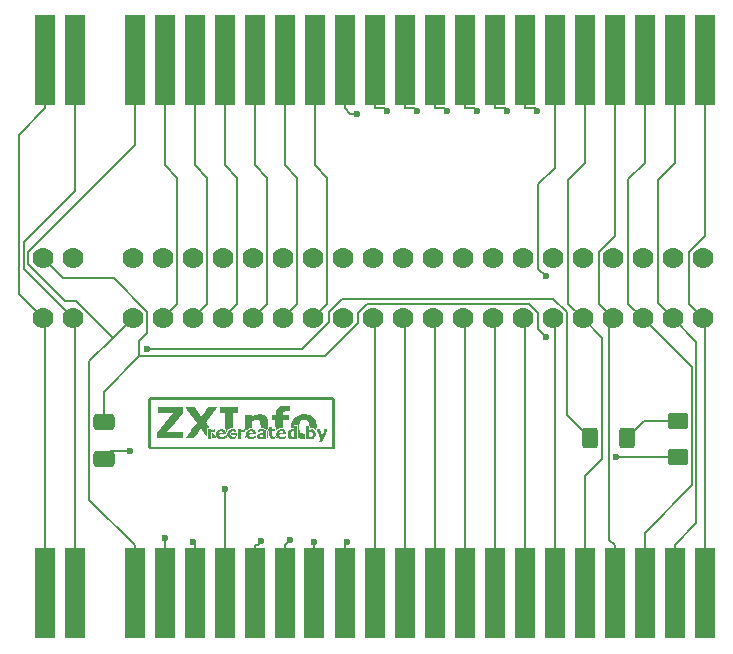
<source format=gbr>
%TF.GenerationSoftware,KiCad,Pcbnew,8.0.1*%
%TF.CreationDate,2024-04-15T14:43:49+02:00*%
%TF.ProjectId,zx81-bus-extender,7a783831-2d62-4757-932d-657874656e64,rev?*%
%TF.SameCoordinates,Original*%
%TF.FileFunction,Copper,L1,Top*%
%TF.FilePolarity,Positive*%
%FSLAX46Y46*%
G04 Gerber Fmt 4.6, Leading zero omitted, Abs format (unit mm)*
G04 Created by KiCad (PCBNEW 8.0.1) date 2024-04-15 14:43:49*
%MOMM*%
%LPD*%
G01*
G04 APERTURE LIST*
G04 Aperture macros list*
%AMRoundRect*
0 Rectangle with rounded corners*
0 $1 Rounding radius*
0 $2 $3 $4 $5 $6 $7 $8 $9 X,Y pos of 4 corners*
0 Add a 4 corners polygon primitive as box body*
4,1,4,$2,$3,$4,$5,$6,$7,$8,$9,$2,$3,0*
0 Add four circle primitives for the rounded corners*
1,1,$1+$1,$2,$3*
1,1,$1+$1,$4,$5*
1,1,$1+$1,$6,$7*
1,1,$1+$1,$8,$9*
0 Add four rect primitives between the rounded corners*
20,1,$1+$1,$2,$3,$4,$5,0*
20,1,$1+$1,$4,$5,$6,$7,0*
20,1,$1+$1,$6,$7,$8,$9,0*
20,1,$1+$1,$8,$9,$2,$3,0*%
G04 Aperture macros list end*
%TA.AperFunction,EtchedComponent*%
%ADD10C,0.000000*%
%TD*%
%TA.AperFunction,ComponentPad*%
%ADD11C,1.778000*%
%TD*%
%TA.AperFunction,ConnectorPad*%
%ADD12R,1.778000X7.620000*%
%TD*%
%TA.AperFunction,SMDPad,CuDef*%
%ADD13RoundRect,0.250000X-0.650000X0.412500X-0.650000X-0.412500X0.650000X-0.412500X0.650000X0.412500X0*%
%TD*%
%TA.AperFunction,SMDPad,CuDef*%
%ADD14RoundRect,0.250000X0.400000X0.625000X-0.400000X0.625000X-0.400000X-0.625000X0.400000X-0.625000X0*%
%TD*%
%TA.AperFunction,SMDPad,CuDef*%
%ADD15RoundRect,0.250001X-0.624999X0.462499X-0.624999X-0.462499X0.624999X-0.462499X0.624999X0.462499X0*%
%TD*%
%TA.AperFunction,ViaPad*%
%ADD16C,0.600000*%
%TD*%
%TA.AperFunction,Conductor*%
%ADD17C,0.200000*%
%TD*%
G04 APERTURE END LIST*
D10*
%TA.AperFunction,EtchedComponent*%
%TO.C,G200*%
G36*
X98891356Y-122779829D02*
G01*
X98882297Y-122788888D01*
X98873239Y-122779829D01*
X98882297Y-122770771D01*
X98891356Y-122779829D01*
G37*
%TD.AperFunction*%
%TA.AperFunction,EtchedComponent*%
G36*
X101427732Y-122779829D02*
G01*
X101418674Y-122788888D01*
X101409615Y-122779829D01*
X101418674Y-122770771D01*
X101427732Y-122779829D01*
G37*
%TD.AperFunction*%
%TA.AperFunction,EtchedComponent*%
G36*
X104000343Y-122779829D02*
G01*
X103991284Y-122788888D01*
X103982226Y-122779829D01*
X103991284Y-122770771D01*
X104000343Y-122779829D01*
G37*
%TD.AperFunction*%
%TA.AperFunction,EtchedComponent*%
G36*
X103457839Y-122807005D02*
G01*
X103482372Y-122871995D01*
X103507756Y-122930558D01*
X103520949Y-122956470D01*
X103538751Y-122990838D01*
X103534492Y-123004091D01*
X103504578Y-123006291D01*
X103503150Y-123006291D01*
X103469866Y-123000481D01*
X103457865Y-122975656D01*
X103456834Y-122953010D01*
X103451249Y-122911171D01*
X103438717Y-122888531D01*
X103428229Y-122865210D01*
X103422394Y-122818942D01*
X103421923Y-122792348D01*
X103423247Y-122707361D01*
X103457839Y-122807005D01*
G37*
%TD.AperFunction*%
%TA.AperFunction,EtchedComponent*%
G36*
X100841450Y-122569386D02*
G01*
X100847657Y-122609177D01*
X100847989Y-122622317D01*
X100855145Y-122682253D01*
X100873794Y-122760967D01*
X100899710Y-122844593D01*
X100928663Y-122919264D01*
X100952627Y-122965528D01*
X100966777Y-122990315D01*
X100962417Y-123002231D01*
X100932926Y-123005990D01*
X100895365Y-123006291D01*
X100811755Y-123006291D01*
X100811755Y-122779829D01*
X100813150Y-122681725D01*
X100817127Y-122608769D01*
X100823370Y-122564892D01*
X100829872Y-122553367D01*
X100841450Y-122569386D01*
G37*
%TD.AperFunction*%
%TA.AperFunction,EtchedComponent*%
G36*
X98147482Y-122555352D02*
G01*
X98171149Y-122572946D01*
X98200972Y-122608419D01*
X98243050Y-122666879D01*
X98261791Y-122693701D01*
X98305695Y-122757973D01*
X98340462Y-122811351D01*
X98361622Y-122846830D01*
X98365963Y-122857027D01*
X98373856Y-122880400D01*
X98393618Y-122922149D01*
X98402233Y-122938621D01*
X98438502Y-123006291D01*
X98229564Y-123006291D01*
X98020626Y-123006291D01*
X98025712Y-122784359D01*
X98030799Y-122562426D01*
X98094209Y-122553362D01*
X98123868Y-122550527D01*
X98147482Y-122555352D01*
G37*
%TD.AperFunction*%
%TA.AperFunction,EtchedComponent*%
G36*
X99296084Y-122760344D02*
G01*
X99313151Y-122811094D01*
X99316760Y-122822530D01*
X99339182Y-122886020D01*
X99362673Y-122940910D01*
X99375710Y-122964950D01*
X99390874Y-122991109D01*
X99385891Y-123002956D01*
X99354251Y-123006159D01*
X99328247Y-123006291D01*
X99253695Y-123006291D01*
X99253695Y-122919330D01*
X99249783Y-122863828D01*
X99239873Y-122822747D01*
X99233767Y-122812440D01*
X99226451Y-122788934D01*
X99249368Y-122756981D01*
X99269680Y-122738625D01*
X99283423Y-122737967D01*
X99296084Y-122760344D01*
G37*
%TD.AperFunction*%
%TA.AperFunction,EtchedComponent*%
G36*
X95557832Y-120631208D02*
G01*
X95557832Y-120883087D01*
X94904177Y-121686522D01*
X94250523Y-122489958D01*
X94940411Y-122494702D01*
X95630300Y-122499447D01*
X95630300Y-122752869D01*
X95630300Y-123006291D01*
X94525165Y-123006291D01*
X93420029Y-123006291D01*
X93420029Y-122761913D01*
X93420029Y-122517535D01*
X94072906Y-121706599D01*
X94725784Y-120895664D01*
X94109140Y-120890897D01*
X93492497Y-120886130D01*
X93492497Y-120632730D01*
X93492497Y-120379330D01*
X94525165Y-120379330D01*
X95557832Y-120379330D01*
X95557832Y-120631208D01*
G37*
%TD.AperFunction*%
%TA.AperFunction,EtchedComponent*%
G36*
X97949273Y-122299729D02*
G01*
X97950587Y-122337848D01*
X97953752Y-122353850D01*
X97953802Y-122353851D01*
X97970965Y-122346197D01*
X98011510Y-122326380D01*
X98065057Y-122299500D01*
X98128965Y-122271043D01*
X98187884Y-122251439D01*
X98223581Y-122245378D01*
X98252625Y-122247103D01*
X98268083Y-122258066D01*
X98274239Y-122286954D01*
X98275376Y-122342450D01*
X98275379Y-122350410D01*
X98275379Y-122455441D01*
X98162147Y-122448487D01*
X98092981Y-122447801D01*
X98031277Y-122453225D01*
X97999095Y-122460768D01*
X97949273Y-122480002D01*
X97949273Y-122761264D01*
X97949273Y-123042525D01*
X97831513Y-123042525D01*
X97713752Y-123042525D01*
X97713752Y-122643952D01*
X97713752Y-122245378D01*
X97831513Y-122245378D01*
X97949273Y-122245378D01*
X97949273Y-122299729D01*
G37*
%TD.AperFunction*%
%TA.AperFunction,EtchedComponent*%
G36*
X100485650Y-122299729D02*
G01*
X100486963Y-122337848D01*
X100490128Y-122353850D01*
X100490179Y-122353851D01*
X100507341Y-122346197D01*
X100547887Y-122326380D01*
X100601434Y-122299500D01*
X100665341Y-122271043D01*
X100724260Y-122251439D01*
X100759957Y-122245378D01*
X100789002Y-122247103D01*
X100804460Y-122258066D01*
X100810616Y-122286954D01*
X100811753Y-122342450D01*
X100811755Y-122350410D01*
X100811755Y-122455441D01*
X100698524Y-122448487D01*
X100629358Y-122447801D01*
X100567654Y-122453225D01*
X100535471Y-122460768D01*
X100485650Y-122480002D01*
X100485650Y-122761264D01*
X100485650Y-123042525D01*
X100367889Y-123042525D01*
X100250129Y-123042525D01*
X100250129Y-122643952D01*
X100250129Y-122245378D01*
X100367889Y-122245378D01*
X100485650Y-122245378D01*
X100485650Y-122299729D01*
G37*
%TD.AperFunction*%
%TA.AperFunction,EtchedComponent*%
G36*
X100286363Y-120614851D02*
G01*
X100286363Y-120850371D01*
X100068959Y-120850371D01*
X99851555Y-120850371D01*
X99851555Y-121493524D01*
X99851555Y-122136677D01*
X99738324Y-122137472D01*
X99608935Y-122148831D01*
X99503328Y-122182971D01*
X99417291Y-122242993D01*
X99346614Y-122331997D01*
X99287083Y-122453083D01*
X99278078Y-122476258D01*
X99268919Y-122492265D01*
X99258695Y-122486819D01*
X99244688Y-122455571D01*
X99224183Y-122394170D01*
X99221503Y-122385673D01*
X99211024Y-122351176D01*
X99202490Y-122318295D01*
X99195707Y-122283011D01*
X99190476Y-122241304D01*
X99186602Y-122189156D01*
X99183887Y-122122547D01*
X99182135Y-122037459D01*
X99181151Y-121929871D01*
X99180736Y-121795766D01*
X99180694Y-121631124D01*
X99180740Y-121552404D01*
X99181227Y-120850371D01*
X98963824Y-120850371D01*
X98746420Y-120850371D01*
X98746420Y-120614851D01*
X98746420Y-120379330D01*
X99516391Y-120379330D01*
X100286363Y-120379330D01*
X100286363Y-120614851D01*
G37*
%TD.AperFunction*%
%TA.AperFunction,EtchedComponent*%
G36*
X99823901Y-122523046D02*
G01*
X99851246Y-122526092D01*
X99915282Y-122537561D01*
X99969841Y-122553698D01*
X99991325Y-122563886D01*
X100040852Y-122584421D01*
X100090079Y-122587945D01*
X100126120Y-122574587D01*
X100134875Y-122562426D01*
X100150580Y-122534852D01*
X100162707Y-122543309D01*
X100171258Y-122587802D01*
X100176236Y-122668340D01*
X100177661Y-122770771D01*
X100176317Y-122871497D01*
X100172476Y-122946769D01*
X100166425Y-122992851D01*
X100159544Y-123006291D01*
X100149029Y-122990036D01*
X100142492Y-122948639D01*
X100141427Y-122919330D01*
X100138193Y-122864531D01*
X100129993Y-122824819D01*
X100124844Y-122815157D01*
X100109710Y-122784946D01*
X100102198Y-122752654D01*
X100082599Y-122715296D01*
X100041292Y-122701278D01*
X99984929Y-122711385D01*
X99939697Y-122733467D01*
X99876600Y-122759293D01*
X99805037Y-122770075D01*
X99738297Y-122765327D01*
X99689670Y-122744561D01*
X99687510Y-122742697D01*
X99668632Y-122703572D01*
X99670496Y-122648551D01*
X99691127Y-122589964D01*
X99718289Y-122550482D01*
X99742803Y-122529609D01*
X99773989Y-122521201D01*
X99823901Y-122523046D01*
G37*
%TD.AperFunction*%
%TA.AperFunction,EtchedComponent*%
G36*
X103148845Y-122127618D02*
G01*
X103148845Y-122245378D01*
X103266605Y-122245378D01*
X103384366Y-122245378D01*
X103384366Y-122335963D01*
X103384366Y-122426548D01*
X103266605Y-122426548D01*
X103148845Y-122426548D01*
X103149112Y-122603189D01*
X103151152Y-122707373D01*
X103158753Y-122780686D01*
X103174685Y-122828385D01*
X103201717Y-122855725D01*
X103242619Y-122867962D01*
X103289954Y-122870414D01*
X103384430Y-122870414D01*
X103384398Y-122954099D01*
X103382866Y-123005332D01*
X103373040Y-123031398D01*
X103346995Y-123043362D01*
X103316427Y-123049014D01*
X103191081Y-123058319D01*
X103078350Y-123044530D01*
X103064292Y-123040763D01*
X103014006Y-123015409D01*
X102965836Y-122974996D01*
X102960119Y-122968539D01*
X102941222Y-122944465D01*
X102928245Y-122920346D01*
X102920077Y-122889092D01*
X102915608Y-122843616D01*
X102913728Y-122776827D01*
X102913326Y-122681636D01*
X102913324Y-122669737D01*
X102913324Y-122426548D01*
X102858973Y-122426548D01*
X102826799Y-122424569D01*
X102810755Y-122412401D01*
X102805233Y-122380696D01*
X102804622Y-122335963D01*
X102805810Y-122282339D01*
X102813111Y-122255599D01*
X102832134Y-122246396D01*
X102858973Y-122245378D01*
X102913324Y-122245378D01*
X102913324Y-122127618D01*
X102913324Y-122009858D01*
X103031085Y-122009858D01*
X103148845Y-122009858D01*
X103148845Y-122127618D01*
G37*
%TD.AperFunction*%
%TA.AperFunction,EtchedComponent*%
G36*
X108370715Y-119596119D02*
G01*
X108429943Y-119655348D01*
X108429943Y-121738103D01*
X108429943Y-123820859D01*
X108370715Y-123880087D01*
X108311487Y-123939316D01*
X100562299Y-123942730D01*
X100034070Y-123942928D01*
X99514913Y-123943054D01*
X99006007Y-123943109D01*
X98508532Y-123943096D01*
X98023668Y-123943016D01*
X97552595Y-123942871D01*
X97096494Y-123942663D01*
X96656544Y-123942393D01*
X96233926Y-123942063D01*
X95829820Y-123941676D01*
X95445406Y-123941232D01*
X95081863Y-123940733D01*
X94740373Y-123940182D01*
X94422114Y-123939580D01*
X94128268Y-123938929D01*
X93860015Y-123938230D01*
X93618534Y-123937485D01*
X93405005Y-123936697D01*
X93220609Y-123935866D01*
X93066527Y-123934995D01*
X92943937Y-123934085D01*
X92854020Y-123933138D01*
X92797956Y-123932157D01*
X92776925Y-123931141D01*
X92776876Y-123931123D01*
X92739921Y-123907706D01*
X92698692Y-123870904D01*
X92695350Y-123867369D01*
X92650058Y-123818636D01*
X92650058Y-121736992D01*
X92650058Y-119745236D01*
X92858403Y-119745236D01*
X92858403Y-121738103D01*
X92858403Y-123730970D01*
X100540000Y-123730970D01*
X108221598Y-123730970D01*
X108221598Y-121738103D01*
X108221598Y-119745236D01*
X100540000Y-119745236D01*
X92858403Y-119745236D01*
X92650058Y-119745236D01*
X92650058Y-119655348D01*
X92709286Y-119596119D01*
X92768515Y-119536891D01*
X100540000Y-119536891D01*
X108311486Y-119536891D01*
X108370715Y-119596119D01*
G37*
%TD.AperFunction*%
%TA.AperFunction,EtchedComponent*%
G36*
X105268531Y-122489958D02*
G01*
X105268531Y-123042525D01*
X105141712Y-123042525D01*
X105074983Y-123041510D01*
X105036749Y-123037029D01*
X105019297Y-123026928D01*
X105014911Y-123009055D01*
X105014894Y-123007125D01*
X105012892Y-122988227D01*
X105001695Y-122982861D01*
X104973518Y-122991756D01*
X104920572Y-123015637D01*
X104919779Y-123016006D01*
X104830197Y-123049601D01*
X104753144Y-123057538D01*
X104676032Y-123040274D01*
X104641703Y-123026122D01*
X104558611Y-122970353D01*
X104499843Y-122889141D01*
X104464996Y-122781665D01*
X104454084Y-122652119D01*
X104706905Y-122652119D01*
X104714693Y-122724724D01*
X104735221Y-122789472D01*
X104764231Y-122835413D01*
X104783521Y-122849230D01*
X104834968Y-122858761D01*
X104900857Y-122857533D01*
X104961232Y-122846167D01*
X104969017Y-122843461D01*
X105016084Y-122825566D01*
X105010960Y-122621528D01*
X105005835Y-122417490D01*
X104935566Y-122411728D01*
X104845760Y-122418301D01*
X104777394Y-122453734D01*
X104731489Y-122516949D01*
X104709071Y-122606872D01*
X104706905Y-122652119D01*
X104454084Y-122652119D01*
X104453662Y-122647106D01*
X104453665Y-122645778D01*
X104468287Y-122516278D01*
X104510151Y-122408418D01*
X104577647Y-122324204D01*
X104669163Y-122265641D01*
X104783090Y-122234738D01*
X104783590Y-122234672D01*
X104877634Y-122236971D01*
X104937896Y-122252289D01*
X105014894Y-122280005D01*
X105014894Y-122108698D01*
X105014894Y-121937390D01*
X105141712Y-121937390D01*
X105268531Y-121937390D01*
X105268531Y-122489958D01*
G37*
%TD.AperFunction*%
%TA.AperFunction,EtchedComponent*%
G36*
X107270921Y-122485428D02*
G01*
X107303238Y-122573098D01*
X107332029Y-122648626D01*
X107354701Y-122705401D01*
X107368663Y-122736813D01*
X107370902Y-122740469D01*
X107382164Y-122731280D01*
X107402070Y-122692239D01*
X107428721Y-122628158D01*
X107460217Y-122543851D01*
X107494658Y-122444129D01*
X107525233Y-122349551D01*
X107557887Y-122245378D01*
X107681397Y-122245378D01*
X107743021Y-122247201D01*
X107787339Y-122251988D01*
X107805050Y-122258718D01*
X107805073Y-122258966D01*
X107798590Y-122278516D01*
X107780137Y-122327512D01*
X107751340Y-122401811D01*
X107713820Y-122497272D01*
X107669202Y-122609753D01*
X107619109Y-122735111D01*
X107592199Y-122802114D01*
X107379159Y-123331673D01*
X107247811Y-123332035D01*
X107184070Y-123330876D01*
X107137385Y-123327484D01*
X107116760Y-123322556D01*
X107116463Y-123321846D01*
X107123252Y-123301286D01*
X107141184Y-123256687D01*
X107166603Y-123197085D01*
X107170814Y-123187461D01*
X107197217Y-123124694D01*
X107216542Y-123073782D01*
X107225048Y-123044661D01*
X107225165Y-123043047D01*
X107218868Y-123020670D01*
X107201270Y-122969858D01*
X107174310Y-122895903D01*
X107139928Y-122804098D01*
X107100063Y-122699736D01*
X107086881Y-122665627D01*
X107045150Y-122557523D01*
X107007626Y-122459527D01*
X106976396Y-122377154D01*
X106953546Y-122315917D01*
X106941165Y-122281332D01*
X106939833Y-122277083D01*
X106939207Y-122260403D01*
X106953543Y-122250821D01*
X106989859Y-122246443D01*
X107055173Y-122245379D01*
X107057440Y-122245378D01*
X107183814Y-122245378D01*
X107270921Y-122485428D01*
G37*
%TD.AperFunction*%
%TA.AperFunction,EtchedComponent*%
G36*
X99857948Y-122240612D02*
G01*
X99934972Y-122248384D01*
X99991962Y-122259772D01*
X100068959Y-122283009D01*
X100068959Y-122391013D01*
X100067860Y-122448145D01*
X100065006Y-122487295D01*
X100061750Y-122499016D01*
X100043245Y-122490802D01*
X100003949Y-122469829D01*
X99975694Y-122453942D01*
X99880795Y-122415348D01*
X99789760Y-122407988D01*
X99708388Y-122431740D01*
X99667153Y-122460393D01*
X99634934Y-122492897D01*
X99616271Y-122526170D01*
X99606409Y-122572632D01*
X99601365Y-122632223D01*
X99598216Y-122697302D01*
X99601748Y-122738980D01*
X99615951Y-122769989D01*
X99644818Y-122803063D01*
X99659576Y-122817935D01*
X99698433Y-122854526D01*
X99730290Y-122873319D01*
X99769225Y-122879002D01*
X99829317Y-122876261D01*
X99833830Y-122875936D01*
X99928951Y-122860276D01*
X99995808Y-122828491D01*
X100033330Y-122802533D01*
X100057156Y-122789314D01*
X100059167Y-122788888D01*
X100064369Y-122805338D01*
X100067920Y-122848033D01*
X100068959Y-122895817D01*
X100067904Y-122955874D01*
X100061559Y-122990051D01*
X100045151Y-123008698D01*
X100013908Y-123022163D01*
X100010079Y-123023519D01*
X99933138Y-123041495D01*
X99837158Y-123051152D01*
X99738554Y-123051650D01*
X99653739Y-123042148D01*
X99652269Y-123041844D01*
X99548059Y-123003642D01*
X99457501Y-122938893D01*
X99390382Y-122854854D01*
X99383943Y-122842996D01*
X99361449Y-122792484D01*
X99349658Y-122742868D01*
X99346323Y-122680456D01*
X99347777Y-122622770D01*
X99352847Y-122545741D01*
X99362875Y-122491734D01*
X99381521Y-122447561D01*
X99407757Y-122406646D01*
X99484600Y-122325152D01*
X99582346Y-122270895D01*
X99703213Y-122242868D01*
X99778196Y-122238293D01*
X99857948Y-122240612D01*
G37*
%TD.AperFunction*%
%TA.AperFunction,EtchedComponent*%
G36*
X106246848Y-122127618D02*
G01*
X106248370Y-122207782D01*
X106252520Y-122270591D01*
X106258673Y-122309088D01*
X106263929Y-122317846D01*
X106289548Y-122309396D01*
X106331139Y-122288515D01*
X106340926Y-122282941D01*
X106440694Y-122242668D01*
X106539984Y-122234548D01*
X106632803Y-122256337D01*
X106713159Y-122305787D01*
X106775061Y-122380653D01*
X106807385Y-122457758D01*
X106822210Y-122546198D01*
X106825325Y-122649722D01*
X106816749Y-122749130D01*
X106806998Y-122795314D01*
X106773308Y-122867841D01*
X106717606Y-122939744D01*
X106650333Y-122999993D01*
X106581928Y-123037559D01*
X106575845Y-123039519D01*
X106502568Y-123056083D01*
X106435906Y-123056137D01*
X106358706Y-123039194D01*
X106337433Y-123032773D01*
X106283799Y-123019888D01*
X106253625Y-123020991D01*
X106249867Y-123024926D01*
X106230063Y-123033985D01*
X106184287Y-123040338D01*
X106127578Y-123042525D01*
X106011327Y-123042525D01*
X106011327Y-122669135D01*
X106246848Y-122669135D01*
X106247957Y-122747944D01*
X106250948Y-122812735D01*
X106255322Y-122855275D01*
X106258926Y-122867395D01*
X106288396Y-122877322D01*
X106339634Y-122879431D01*
X106399222Y-122874557D01*
X106453739Y-122863534D01*
X106479741Y-122853656D01*
X106532046Y-122809814D01*
X106562611Y-122741872D01*
X106572940Y-122646419D01*
X106572953Y-122642200D01*
X106564511Y-122560501D01*
X106541591Y-122492743D01*
X106507808Y-122447896D01*
X106490615Y-122437802D01*
X106432480Y-122427059D01*
X106364573Y-122429972D01*
X106305278Y-122445012D01*
X106287113Y-122454751D01*
X106268867Y-122470298D01*
X106257141Y-122491202D01*
X106250512Y-122525041D01*
X106247556Y-122579396D01*
X106246850Y-122661847D01*
X106246848Y-122669135D01*
X106011327Y-122669135D01*
X106011327Y-122489958D01*
X106011327Y-121937390D01*
X106129088Y-121937390D01*
X106246848Y-121937390D01*
X106246848Y-122127618D01*
G37*
%TD.AperFunction*%
%TA.AperFunction,EtchedComponent*%
G36*
X104359031Y-120242093D02*
G01*
X104443755Y-120248101D01*
X104520256Y-120254789D01*
X104577825Y-120261158D01*
X104599081Y-120264463D01*
X104652554Y-120275157D01*
X104652554Y-120501468D01*
X104652376Y-120595189D01*
X104651130Y-120658273D01*
X104647752Y-120696314D01*
X104641173Y-120714909D01*
X104630330Y-120719654D01*
X104614155Y-120716145D01*
X104611791Y-120715430D01*
X104575682Y-120708760D01*
X104514373Y-120701577D01*
X104438856Y-120695090D01*
X104407975Y-120693013D01*
X104284619Y-120691648D01*
X104191005Y-120706357D01*
X104123338Y-120739504D01*
X104077821Y-120793454D01*
X104050656Y-120870570D01*
X104042530Y-120920548D01*
X104031530Y-121013424D01*
X104278632Y-121013424D01*
X104525735Y-121013424D01*
X104525735Y-121230828D01*
X104525735Y-121448232D01*
X104290214Y-121448232D01*
X104054694Y-121448232D01*
X104054694Y-121792454D01*
X104054694Y-122136677D01*
X103904257Y-122136677D01*
X103764111Y-122149139D01*
X103648752Y-122187021D01*
X103556432Y-122251069D01*
X103509525Y-122304895D01*
X103478456Y-122346485D01*
X103462855Y-122360975D01*
X103457423Y-122350961D01*
X103456834Y-122330692D01*
X103450525Y-122291267D01*
X103438717Y-122272554D01*
X103432557Y-122250784D01*
X103427541Y-122195643D01*
X103423794Y-122109981D01*
X103421440Y-121996648D01*
X103420600Y-121858492D01*
X103420600Y-121854794D01*
X103420600Y-121448232D01*
X103284722Y-121448232D01*
X103148845Y-121448232D01*
X103148845Y-121230828D01*
X103148845Y-121013424D01*
X103282458Y-121013424D01*
X103416070Y-121013424D01*
X103427394Y-120956809D01*
X103435821Y-120894895D01*
X103438717Y-120840957D01*
X103444130Y-120792455D01*
X103458222Y-120725388D01*
X103475138Y-120663803D01*
X103532548Y-120534664D01*
X103617708Y-120428610D01*
X103730325Y-120345781D01*
X103870105Y-120286317D01*
X104036754Y-120250358D01*
X104229979Y-120238044D01*
X104359031Y-120242093D01*
G37*
%TD.AperFunction*%
%TA.AperFunction,EtchedComponent*%
G36*
X98931650Y-122242784D02*
G01*
X99010106Y-122260808D01*
X99072177Y-122294400D01*
X99120083Y-122338771D01*
X99160035Y-122389491D01*
X99185575Y-122442463D01*
X99201725Y-122510560D01*
X99209431Y-122567842D01*
X99222141Y-122680186D01*
X98929930Y-122680186D01*
X98821025Y-122680400D01*
X98743162Y-122681467D01*
X98691151Y-122684027D01*
X98659799Y-122688718D01*
X98643916Y-122696178D01*
X98638310Y-122707046D01*
X98637718Y-122716134D01*
X98649293Y-122751474D01*
X98678255Y-122796457D01*
X98690583Y-122811248D01*
X98719058Y-122840997D01*
X98745555Y-122858616D01*
X98780512Y-122867276D01*
X98834370Y-122870148D01*
X98885340Y-122870414D01*
X98970888Y-122867671D01*
X99033816Y-122857794D01*
X99087437Y-122838310D01*
X99104788Y-122829651D01*
X99151868Y-122805843D01*
X99184338Y-122791159D01*
X99191748Y-122788888D01*
X99195964Y-122805263D01*
X99197133Y-122847615D01*
X99195719Y-122891317D01*
X99191510Y-122949689D01*
X99182336Y-122982839D01*
X99161500Y-123001736D01*
X99122305Y-123017351D01*
X99117818Y-123018911D01*
X99023303Y-123041220D01*
X98910655Y-123052175D01*
X98795920Y-123051266D01*
X98695142Y-123037986D01*
X98674971Y-123032946D01*
X98560047Y-122987090D01*
X98474988Y-122921671D01*
X98418744Y-122835166D01*
X98390264Y-122726054D01*
X98387040Y-122615621D01*
X98393302Y-122538680D01*
X98394062Y-122535250D01*
X98620378Y-122535250D01*
X98792101Y-122535250D01*
X98874039Y-122534274D01*
X98925859Y-122530705D01*
X98953640Y-122523580D01*
X98963462Y-122511937D01*
X98963824Y-122508075D01*
X98948478Y-122462064D01*
X98908246Y-122430062D01*
X98851838Y-122412502D01*
X98787963Y-122409819D01*
X98725329Y-122422445D01*
X98672647Y-122450815D01*
X98640104Y-122491955D01*
X98620378Y-122535250D01*
X98394062Y-122535250D01*
X98405460Y-122483828D01*
X98427612Y-122436962D01*
X98447950Y-122406034D01*
X98522838Y-122324705D01*
X98615670Y-122270741D01*
X98730202Y-122242469D01*
X98827463Y-122237079D01*
X98931650Y-122242784D01*
G37*
%TD.AperFunction*%
%TA.AperFunction,EtchedComponent*%
G36*
X101468027Y-122242784D02*
G01*
X101546482Y-122260808D01*
X101608553Y-122294400D01*
X101656460Y-122338771D01*
X101696411Y-122389491D01*
X101721951Y-122442463D01*
X101738101Y-122510560D01*
X101745808Y-122567842D01*
X101758518Y-122680186D01*
X101466306Y-122680186D01*
X101357402Y-122680400D01*
X101279539Y-122681467D01*
X101227527Y-122684027D01*
X101196175Y-122688718D01*
X101180292Y-122696178D01*
X101174686Y-122707046D01*
X101174095Y-122716134D01*
X101185670Y-122751474D01*
X101214631Y-122796457D01*
X101226959Y-122811248D01*
X101255435Y-122840997D01*
X101281931Y-122858616D01*
X101316889Y-122867276D01*
X101370746Y-122870148D01*
X101421717Y-122870414D01*
X101507265Y-122867671D01*
X101570193Y-122857794D01*
X101623813Y-122838310D01*
X101641165Y-122829651D01*
X101688245Y-122805843D01*
X101720715Y-122791159D01*
X101728124Y-122788888D01*
X101732341Y-122805263D01*
X101733509Y-122847615D01*
X101732096Y-122891317D01*
X101727887Y-122949689D01*
X101718713Y-122982839D01*
X101697877Y-123001736D01*
X101658681Y-123017351D01*
X101654194Y-123018911D01*
X101559679Y-123041220D01*
X101447032Y-123052175D01*
X101332297Y-123051266D01*
X101231519Y-123037986D01*
X101211348Y-123032946D01*
X101096424Y-122987090D01*
X101011365Y-122921671D01*
X100955120Y-122835166D01*
X100926641Y-122726054D01*
X100923416Y-122615621D01*
X100929679Y-122538680D01*
X100930439Y-122535250D01*
X101156754Y-122535250D01*
X101328477Y-122535250D01*
X101410415Y-122534274D01*
X101462235Y-122530705D01*
X101490017Y-122523580D01*
X101499838Y-122511937D01*
X101500200Y-122508075D01*
X101484854Y-122462064D01*
X101444623Y-122430062D01*
X101388215Y-122412502D01*
X101324339Y-122409819D01*
X101261706Y-122422445D01*
X101209024Y-122450815D01*
X101176481Y-122491955D01*
X101156754Y-122535250D01*
X100930439Y-122535250D01*
X100941837Y-122483828D01*
X100963989Y-122436962D01*
X100984327Y-122406034D01*
X101059215Y-122324705D01*
X101152047Y-122270741D01*
X101266579Y-122242469D01*
X101363839Y-122237079D01*
X101468027Y-122242784D01*
G37*
%TD.AperFunction*%
%TA.AperFunction,EtchedComponent*%
G36*
X104040637Y-122242784D02*
G01*
X104119093Y-122260808D01*
X104181164Y-122294400D01*
X104229070Y-122338771D01*
X104269022Y-122389491D01*
X104294562Y-122442463D01*
X104310712Y-122510560D01*
X104318418Y-122567842D01*
X104331129Y-122680186D01*
X104038917Y-122680186D01*
X103930012Y-122680400D01*
X103852150Y-122681467D01*
X103800138Y-122684027D01*
X103768786Y-122688718D01*
X103752903Y-122696178D01*
X103747297Y-122707046D01*
X103746705Y-122716134D01*
X103758281Y-122751474D01*
X103787242Y-122796457D01*
X103799570Y-122811248D01*
X103828045Y-122840997D01*
X103854542Y-122858616D01*
X103889499Y-122867276D01*
X103943357Y-122870148D01*
X103994327Y-122870414D01*
X104079875Y-122867671D01*
X104142803Y-122857794D01*
X104196424Y-122838310D01*
X104213775Y-122829651D01*
X104260855Y-122805843D01*
X104293325Y-122791159D01*
X104300735Y-122788888D01*
X104304952Y-122805263D01*
X104306120Y-122847615D01*
X104304706Y-122891317D01*
X104300497Y-122949689D01*
X104291323Y-122982839D01*
X104270488Y-123001736D01*
X104231292Y-123017351D01*
X104226805Y-123018911D01*
X104132290Y-123041220D01*
X104019643Y-123052175D01*
X103904907Y-123051266D01*
X103804129Y-123037986D01*
X103783958Y-123032946D01*
X103669035Y-122987090D01*
X103583975Y-122921671D01*
X103527731Y-122835166D01*
X103499251Y-122726054D01*
X103496027Y-122615621D01*
X103502289Y-122538680D01*
X103503049Y-122535250D01*
X103729365Y-122535250D01*
X103901088Y-122535250D01*
X103983026Y-122534274D01*
X104034846Y-122530705D01*
X104062627Y-122523580D01*
X104072449Y-122511937D01*
X104072811Y-122508075D01*
X104057465Y-122462064D01*
X104017233Y-122430062D01*
X103960825Y-122412502D01*
X103896950Y-122409819D01*
X103834317Y-122422445D01*
X103781634Y-122450815D01*
X103749091Y-122491955D01*
X103729365Y-122535250D01*
X103503049Y-122535250D01*
X103514447Y-122483828D01*
X103536599Y-122436962D01*
X103556937Y-122406034D01*
X103631825Y-122324705D01*
X103724657Y-122270741D01*
X103839189Y-122242469D01*
X103936450Y-122237079D01*
X104040637Y-122242784D01*
G37*
%TD.AperFunction*%
%TA.AperFunction,EtchedComponent*%
G36*
X102403218Y-122242962D02*
G01*
X102454304Y-122251941D01*
X102499476Y-122267407D01*
X102516056Y-122274734D01*
X102563454Y-122299666D01*
X102599214Y-122328335D01*
X102624940Y-122365966D01*
X102642241Y-122417781D01*
X102652721Y-122489005D01*
X102657987Y-122584862D01*
X102659646Y-122710574D01*
X102659687Y-122741804D01*
X102659687Y-123042525D01*
X102532868Y-123042525D01*
X102466221Y-123041548D01*
X102428039Y-123037139D01*
X102410576Y-123027087D01*
X102406084Y-123009176D01*
X102406049Y-123006291D01*
X102404382Y-122980336D01*
X102394075Y-122972910D01*
X102367169Y-122984077D01*
X102327543Y-123006910D01*
X102233130Y-123044197D01*
X102130862Y-123053849D01*
X102033715Y-123035057D01*
X102013206Y-123026508D01*
X101939634Y-122974912D01*
X101895579Y-122902533D01*
X101880661Y-122808742D01*
X101880657Y-122807005D01*
X101884321Y-122779517D01*
X102122418Y-122779517D01*
X102125988Y-122807631D01*
X102141687Y-122834180D01*
X102172101Y-122866085D01*
X102215830Y-122878467D01*
X102242561Y-122879473D01*
X102302370Y-122873998D01*
X102354803Y-122860601D01*
X102359904Y-122858448D01*
X102388288Y-122840636D01*
X102401944Y-122813340D01*
X102405956Y-122764588D01*
X102406049Y-122749746D01*
X102404624Y-122697182D01*
X102396763Y-122671382D01*
X102377088Y-122662889D01*
X102356227Y-122662170D01*
X102275953Y-122671475D01*
X102203855Y-122696026D01*
X102151844Y-122731265D01*
X102141098Y-122744494D01*
X102122418Y-122779517D01*
X101884321Y-122779517D01*
X101891840Y-122723106D01*
X101927103Y-122656533D01*
X101989021Y-122605361D01*
X102080164Y-122567664D01*
X102203106Y-122541515D01*
X102242521Y-122536132D01*
X102312530Y-122527535D01*
X102367074Y-122520965D01*
X102397553Y-122517452D01*
X102401044Y-122517133D01*
X102405544Y-122502393D01*
X102406049Y-122490985D01*
X102389596Y-122454829D01*
X102344752Y-122428429D01*
X102278287Y-122412793D01*
X102196973Y-122408932D01*
X102107579Y-122417852D01*
X102033001Y-122435411D01*
X101981552Y-122450758D01*
X101946833Y-122460623D01*
X101938590Y-122462586D01*
X101936467Y-122446401D01*
X101936919Y-122404658D01*
X101938590Y-122368889D01*
X101943687Y-122312917D01*
X101954501Y-122282238D01*
X101976959Y-122265910D01*
X101998417Y-122258472D01*
X102039377Y-122251225D01*
X102105952Y-122245007D01*
X102187523Y-122240655D01*
X102242996Y-122239230D01*
X102336141Y-122239162D01*
X102403218Y-122242962D01*
G37*
%TD.AperFunction*%
%TA.AperFunction,EtchedComponent*%
G36*
X98217904Y-120379774D02*
G01*
X98313961Y-120381262D01*
X98381048Y-120384023D01*
X98422794Y-120388288D01*
X98442824Y-120394290D01*
X98444945Y-120401976D01*
X98431682Y-120421139D01*
X98399502Y-120466474D01*
X98350702Y-120534779D01*
X98287579Y-120622850D01*
X98212430Y-120727484D01*
X98127552Y-120845480D01*
X98035241Y-120973634D01*
X97990952Y-121035061D01*
X97896548Y-121166226D01*
X97809078Y-121288274D01*
X97730752Y-121398084D01*
X97663780Y-121492532D01*
X97610373Y-121568496D01*
X97572740Y-121622854D01*
X97553093Y-121652482D01*
X97550699Y-121657000D01*
X97560555Y-121675049D01*
X97587761Y-121717383D01*
X97628778Y-121778680D01*
X97680068Y-121853621D01*
X97713752Y-121902135D01*
X97769399Y-121982392D01*
X97816882Y-122051870D01*
X97852672Y-122105325D01*
X97873239Y-122137512D01*
X97876805Y-122144418D01*
X97860312Y-122149683D01*
X97817298Y-122154857D01*
X97763574Y-122158458D01*
X97650343Y-122163852D01*
X97641284Y-122534288D01*
X97632226Y-122904724D01*
X97380654Y-122519709D01*
X97129082Y-122134693D01*
X96838836Y-122570492D01*
X96548590Y-123006291D01*
X96178960Y-123006291D01*
X96050238Y-123005846D01*
X95954114Y-123004357D01*
X95886961Y-123001594D01*
X95845154Y-122997325D01*
X95825065Y-122991320D01*
X95822884Y-122983645D01*
X95835911Y-122964462D01*
X95867632Y-122918847D01*
X95915827Y-122849961D01*
X95978278Y-122760963D01*
X96052766Y-122655013D01*
X96137073Y-122535270D01*
X96228981Y-122404895D01*
X96287087Y-122322545D01*
X96737739Y-121684091D01*
X96296079Y-121053531D01*
X96201884Y-120918989D01*
X96113928Y-120793246D01*
X96034435Y-120679488D01*
X95965630Y-120580906D01*
X95909736Y-120500687D01*
X95868980Y-120442019D01*
X95845584Y-120408091D01*
X95840934Y-120401150D01*
X95844563Y-120393610D01*
X95868194Y-120387905D01*
X95915136Y-120383846D01*
X95988703Y-120381241D01*
X96092204Y-120379897D01*
X96213503Y-120379609D01*
X96599558Y-120379889D01*
X96871313Y-120786462D01*
X96943325Y-120893724D01*
X97008835Y-120990392D01*
X97065152Y-121072570D01*
X97109586Y-121136360D01*
X97139447Y-121177866D01*
X97152044Y-121193192D01*
X97152126Y-121193206D01*
X97164339Y-121178920D01*
X97194228Y-121138531D01*
X97239070Y-121075881D01*
X97296142Y-120994813D01*
X97362718Y-120899170D01*
X97436077Y-120792795D01*
X97440498Y-120786353D01*
X97719811Y-120379330D01*
X98089249Y-120379330D01*
X98217904Y-120379774D01*
G37*
%TD.AperFunction*%
%TA.AperFunction,EtchedComponent*%
G36*
X102196199Y-120967649D02*
G01*
X102356992Y-120999542D01*
X102491855Y-121056545D01*
X102601485Y-121139193D01*
X102686580Y-121248021D01*
X102747837Y-121383566D01*
X102751191Y-121393881D01*
X102766443Y-121449754D01*
X102778064Y-121513046D01*
X102786829Y-121590808D01*
X102793518Y-121690095D01*
X102798909Y-121817959D01*
X102799333Y-121830395D01*
X102803048Y-121944762D01*
X102805054Y-122028060D01*
X102804909Y-122085434D01*
X102802172Y-122122028D01*
X102796402Y-122142985D01*
X102787156Y-122153450D01*
X102773993Y-122158565D01*
X102771099Y-122159334D01*
X102749260Y-122169223D01*
X102737499Y-122190436D01*
X102732820Y-122232166D01*
X102732155Y-122278847D01*
X102734942Y-122338662D01*
X102742178Y-122382783D01*
X102750272Y-122399373D01*
X102764424Y-122424409D01*
X102768389Y-122453724D01*
X102775227Y-122491661D01*
X102786505Y-122508075D01*
X102793744Y-122530125D01*
X102799440Y-122582834D01*
X102803197Y-122660643D01*
X102804620Y-122757994D01*
X102804622Y-122762781D01*
X102804333Y-122860810D01*
X102802902Y-122928287D01*
X102799483Y-122970893D01*
X102793231Y-122994308D01*
X102783302Y-123004214D01*
X102768849Y-123006291D01*
X102768389Y-123006291D01*
X102753752Y-123004334D01*
X102743695Y-122994660D01*
X102737362Y-122971566D01*
X102733899Y-122929348D01*
X102732448Y-122862302D01*
X102732155Y-122764763D01*
X102726391Y-122591711D01*
X102707943Y-122450707D01*
X102675074Y-122339260D01*
X102626045Y-122254878D01*
X102559121Y-122195070D01*
X102472564Y-122157343D01*
X102364637Y-122139206D01*
X102294309Y-122136677D01*
X102177714Y-122136677D01*
X102157634Y-121892032D01*
X102145535Y-121768931D01*
X102130788Y-121676264D01*
X102111179Y-121608233D01*
X102084497Y-121559040D01*
X102048528Y-121522888D01*
X102006859Y-121496956D01*
X101934879Y-121474676D01*
X101841312Y-121467456D01*
X101737203Y-121474612D01*
X101633599Y-121495458D01*
X101550022Y-121525308D01*
X101445849Y-121573046D01*
X101445849Y-121854861D01*
X101445849Y-122136677D01*
X101313529Y-122136677D01*
X101179292Y-122151105D01*
X101064632Y-122193613D01*
X100972164Y-122263030D01*
X100936915Y-122304895D01*
X100905846Y-122346485D01*
X100890244Y-122360975D01*
X100884812Y-122350961D01*
X100884223Y-122330692D01*
X100877915Y-122291267D01*
X100866106Y-122272554D01*
X100851954Y-122247518D01*
X100847989Y-122218203D01*
X100841150Y-122180266D01*
X100829872Y-122163852D01*
X100824425Y-122142407D01*
X100819875Y-122086530D01*
X100816278Y-121998018D01*
X100813691Y-121878662D01*
X100812169Y-121730257D01*
X100811755Y-121583040D01*
X100811755Y-121013424D01*
X101128802Y-121013424D01*
X101445849Y-121013424D01*
X101445849Y-121122801D01*
X101445849Y-121232178D01*
X101556030Y-121157356D01*
X101728738Y-121057136D01*
X101898741Y-120992828D01*
X102065830Y-120964494D01*
X102196199Y-120967649D01*
G37*
%TD.AperFunction*%
%TA.AperFunction,EtchedComponent*%
G36*
X106000800Y-120969813D02*
G01*
X106189696Y-121003225D01*
X106363193Y-121062246D01*
X106516832Y-121145757D01*
X106640409Y-121246831D01*
X106755351Y-121386057D01*
X106839425Y-121543282D01*
X106892909Y-121719235D01*
X106916080Y-121914643D01*
X106917176Y-121970904D01*
X106916023Y-122054642D01*
X106911785Y-122109511D01*
X106903296Y-122142823D01*
X106889389Y-122161892D01*
X106886322Y-122164302D01*
X106867370Y-122184668D01*
X106865620Y-122213713D01*
X106875919Y-122253499D01*
X106887174Y-122318101D01*
X106875102Y-122381480D01*
X106873539Y-122386079D01*
X106850709Y-122452023D01*
X106839962Y-122398523D01*
X106810657Y-122322553D01*
X106758001Y-122246407D01*
X106691973Y-122184120D01*
X106683074Y-122177871D01*
X106635450Y-122152649D01*
X106579921Y-122140015D01*
X106505674Y-122136677D01*
X106438988Y-122139521D01*
X106383040Y-122146913D01*
X106354359Y-122155431D01*
X106334197Y-122163336D01*
X106323739Y-122154453D01*
X106319835Y-122121730D01*
X106319316Y-122076924D01*
X106317237Y-122020366D01*
X106311902Y-121979736D01*
X106307286Y-121967633D01*
X106297877Y-121945826D01*
X106282542Y-121897207D01*
X106263832Y-121830192D01*
X106253084Y-121788772D01*
X106217133Y-121670646D01*
X106174507Y-121581819D01*
X106120625Y-121515414D01*
X106050902Y-121464557D01*
X106029084Y-121452761D01*
X105927953Y-121418665D01*
X105818825Y-121411355D01*
X105711141Y-121429241D01*
X105614341Y-121470733D01*
X105537866Y-121534241D01*
X105536650Y-121535676D01*
X105492029Y-121599437D01*
X105459781Y-121673020D01*
X105438436Y-121762769D01*
X105426525Y-121875026D01*
X105422577Y-122016134D01*
X105422561Y-122027975D01*
X105423226Y-122130767D01*
X105425867Y-122205560D01*
X105431507Y-122260577D01*
X105441167Y-122304041D01*
X105455871Y-122344175D01*
X105464210Y-122362913D01*
X105527584Y-122470180D01*
X105605570Y-122545190D01*
X105701435Y-122590098D01*
X105818444Y-122607058D01*
X105834687Y-122607320D01*
X105938859Y-122607718D01*
X105938859Y-122805936D01*
X105940441Y-122890481D01*
X105944775Y-122958339D01*
X105951243Y-123002360D01*
X105956976Y-123015350D01*
X105973447Y-123033790D01*
X105958857Y-123047396D01*
X105918083Y-123055952D01*
X105856004Y-123059236D01*
X105777496Y-123057032D01*
X105687437Y-123049119D01*
X105590706Y-123035280D01*
X105574879Y-123032491D01*
X105501263Y-123017922D01*
X105435839Y-123002812D01*
X105391766Y-122990222D01*
X105389180Y-122989273D01*
X105340999Y-122970954D01*
X105340999Y-122475912D01*
X105340412Y-122343437D01*
X105338754Y-122223502D01*
X105336178Y-122120836D01*
X105332837Y-122040165D01*
X105328883Y-121986217D01*
X105324471Y-121963719D01*
X105324416Y-121963660D01*
X105309282Y-121933448D01*
X105301770Y-121901156D01*
X105297410Y-121879706D01*
X105286512Y-121866391D01*
X105261839Y-121859270D01*
X105216156Y-121856408D01*
X105142225Y-121855865D01*
X105132654Y-121855863D01*
X104969601Y-121855863D01*
X104964313Y-122006975D01*
X104960737Y-122081385D01*
X104955452Y-122125675D01*
X104947013Y-122145956D01*
X104933975Y-122148343D01*
X104931126Y-122147382D01*
X104895338Y-122140363D01*
X104842897Y-122136791D01*
X104832242Y-122136677D01*
X104761256Y-122136677D01*
X104761570Y-121996270D01*
X104777304Y-121790905D01*
X104822798Y-121605023D01*
X104896933Y-121439984D01*
X104998590Y-121297147D01*
X105126651Y-121177870D01*
X105279997Y-121083512D01*
X105457509Y-121015433D01*
X105594637Y-120984297D01*
X105800960Y-120963131D01*
X106000800Y-120969813D01*
G37*
%TD.AperFunction*%
%TD*%
D11*
%TO.P,J2,A3,+5Vcc*%
%TO.N,5V*%
X83710000Y-107760000D03*
%TO.P,J2,A4,+9Vcc*%
%TO.N,9V*%
X86250000Y-107760000D03*
%TO.P,J2,A6,GND*%
%TO.N,GND*%
X91330000Y-107760000D03*
%TO.P,J2,A7,GND*%
X93870000Y-107760000D03*
%TO.P,J2,A8,CLOCK*%
%TO.N,CLK*%
X96410000Y-107760000D03*
%TO.P,J2,A9,A0*%
%TO.N,A0*%
X98950000Y-107760000D03*
%TO.P,J2,A10,A1*%
%TO.N,A1*%
X101490000Y-107760000D03*
%TO.P,J2,A11,A2*%
%TO.N,A2*%
X104030000Y-107760000D03*
%TO.P,J2,A12,A3*%
%TO.N,A3*%
X106570000Y-107760000D03*
%TO.P,J2,A13,A15*%
%TO.N,A15*%
X109110000Y-107760000D03*
%TO.P,J2,A14,A14*%
%TO.N,A14*%
X111650000Y-107760000D03*
%TO.P,J2,A15,A13*%
%TO.N,A13*%
X114190000Y-107760000D03*
%TO.P,J2,A16,A12*%
%TO.N,A12*%
X116730000Y-107760000D03*
%TO.P,J2,A17,A11*%
%TO.N,A11*%
X119270000Y-107760000D03*
%TO.P,J2,A18,A10*%
%TO.N,A10*%
X121810000Y-107760000D03*
%TO.P,J2,A19,A9*%
%TO.N,A9*%
X124350000Y-107760000D03*
%TO.P,J2,A20,A8*%
%TO.N,A8*%
X126890000Y-107760000D03*
%TO.P,J2,A21,A7*%
%TO.N,A7*%
X129430000Y-107760000D03*
%TO.P,J2,A22,A6*%
%TO.N,A6*%
X131970000Y-107760000D03*
%TO.P,J2,A23,A5*%
%TO.N,A5*%
X134510000Y-107760000D03*
%TO.P,J2,A24,A4*%
%TO.N,A4*%
X137050000Y-107760000D03*
%TO.P,J2,A25,~{ROMCS}*%
%TO.N,~{ROMCS}*%
X139590000Y-107760000D03*
%TO.P,J2,B3,D7*%
%TO.N,D7*%
X83710000Y-112840000D03*
%TO.P,J2,B4,~{RAMCS}*%
%TO.N,~{RAMCS}*%
X86250000Y-112840000D03*
%TO.P,J2,B6,D0*%
%TO.N,D0*%
X91330000Y-112840000D03*
%TO.P,J2,B7,D1*%
%TO.N,D1*%
X93870000Y-112840000D03*
%TO.P,J2,B8,D2*%
%TO.N,D2*%
X96410000Y-112840000D03*
%TO.P,J2,B9,D6*%
%TO.N,D6*%
X98950000Y-112840000D03*
%TO.P,J2,B10,D5*%
%TO.N,D5*%
X101490000Y-112840000D03*
%TO.P,J2,B11,D3*%
%TO.N,D3*%
X104030000Y-112840000D03*
%TO.P,J2,B12,D4*%
%TO.N,D4*%
X106570000Y-112840000D03*
%TO.P,J2,B13,~{INT}*%
%TO.N,~{INT}*%
X109110000Y-112840000D03*
%TO.P,J2,B14,~{NMI}*%
%TO.N,~{NMI}*%
X111650000Y-112840000D03*
%TO.P,J2,B15,~{HALT}*%
%TO.N,~{HALT}*%
X114190000Y-112840000D03*
%TO.P,J2,B16,~{MREQ}*%
%TO.N,~{MREQ}*%
X116730000Y-112840000D03*
%TO.P,J2,B17,~{IOREQ}*%
%TO.N,~{IOREQ}*%
X119270000Y-112840000D03*
%TO.P,J2,B18,~{RD}*%
%TO.N,~{RD}*%
X121810000Y-112840000D03*
%TO.P,J2,B19,~{WR}*%
%TO.N,~{WR}*%
X124350000Y-112840000D03*
%TO.P,J2,B20,~{BUSAC}*%
%TO.N,~{BUSAC}*%
X126890000Y-112840000D03*
%TO.P,J2,B21,~{WAIT}*%
%TO.N,~{WAIT}*%
X129430000Y-112840000D03*
%TO.P,J2,B22,~{BUSRQ}*%
%TO.N,~{BUSRQ}*%
X131970000Y-112840000D03*
%TO.P,J2,B23,~{RESET}*%
%TO.N,~{RESET}*%
X134510000Y-112840000D03*
%TO.P,J2,B24,~{M1}*%
%TO.N,~{M1}*%
X137050000Y-112840000D03*
%TO.P,J2,B25,~{RFSH}*%
%TO.N,~{RFSH}*%
X139590000Y-112840000D03*
%TD*%
D12*
%TO.P,J3,B3,D7*%
%TO.N,D7*%
X83889982Y-90970000D03*
%TO.P,J3,B4,~{RAMCS}*%
%TO.N,~{RAMCS}*%
X86429982Y-90970000D03*
%TO.P,J3,B6,D0*%
%TO.N,D0*%
X91509982Y-90970000D03*
%TO.P,J3,B7,D1*%
%TO.N,D1*%
X94049982Y-90970000D03*
%TO.P,J3,B8,D2*%
%TO.N,D2*%
X96589982Y-90970000D03*
%TO.P,J3,B9,D6*%
%TO.N,D6*%
X99129982Y-90970000D03*
%TO.P,J3,B10,D5*%
%TO.N,D5*%
X101669982Y-90970000D03*
%TO.P,J3,B11,D3*%
%TO.N,D3*%
X104209982Y-90970000D03*
%TO.P,J3,B12,D4*%
%TO.N,D4*%
X106739982Y-90970000D03*
%TO.P,J3,B13,~{INT}*%
%TO.N,~{INT}*%
X109289982Y-90970000D03*
%TO.P,J3,B14,~{NMI}*%
%TO.N,~{NMI}*%
X111829982Y-90970000D03*
%TO.P,J3,B15,~{HALT}*%
%TO.N,~{HALT}*%
X114369982Y-90970000D03*
%TO.P,J3,B16,~{MREQ}*%
%TO.N,~{MREQ}*%
X116909982Y-90970000D03*
%TO.P,J3,B17,~{IOREQ}*%
%TO.N,~{IOREQ}*%
X119449982Y-90970000D03*
%TO.P,J3,B18,~{RD}*%
%TO.N,~{RD}*%
X121989982Y-90970000D03*
%TO.P,J3,B19,~{WR}*%
%TO.N,~{WR}*%
X124529982Y-90970000D03*
%TO.P,J3,B20,~{BUSAC}*%
%TO.N,~{BUSAC}*%
X127069982Y-90970000D03*
%TO.P,J3,B21,~{WAIT}*%
%TO.N,~{WAIT}*%
X129609982Y-90970000D03*
%TO.P,J3,B22,~{BUSRQ}*%
%TO.N,~{BUSRQ}*%
X132149982Y-90970000D03*
%TO.P,J3,B23,~{RESET}*%
%TO.N,~{RESET}*%
X134689982Y-90970000D03*
%TO.P,J3,B24,~{M1}*%
%TO.N,~{M1}*%
X137229982Y-90970000D03*
%TO.P,J3,B25,~{RFSH}*%
%TO.N,~{RFSH}*%
X139769982Y-90970000D03*
%TD*%
D13*
%TO.P,C1,1*%
%TO.N,5V*%
X88880000Y-121597500D03*
%TO.P,C1,2*%
%TO.N,GND*%
X88880000Y-124722500D03*
%TD*%
D14*
%TO.P,R1,1*%
%TO.N,Net-(D1-K)*%
X133170000Y-123010000D03*
%TO.P,R1,2*%
%TO.N,GND*%
X130070000Y-123010000D03*
%TD*%
D15*
%TO.P,D1,1,K*%
%TO.N,Net-(D1-K)*%
X137470000Y-121585000D03*
%TO.P,D1,2,A*%
%TO.N,5V*%
X137470000Y-124560000D03*
%TD*%
D12*
%TO.P,J1,B3,D7*%
%TO.N,D7*%
X83869982Y-136140000D03*
%TO.P,J1,B4,~{RAMCS}*%
%TO.N,~{RAMCS}*%
X86409982Y-136140000D03*
%TO.P,J1,B6,D0*%
%TO.N,D0*%
X91489982Y-136140000D03*
%TO.P,J1,B7,D1*%
%TO.N,D1*%
X94029982Y-136140000D03*
%TO.P,J1,B8,D2*%
%TO.N,D2*%
X96569982Y-136140000D03*
%TO.P,J1,B9,D6*%
%TO.N,D6*%
X99109982Y-136140000D03*
%TO.P,J1,B10,D5*%
%TO.N,D5*%
X101649982Y-136140000D03*
%TO.P,J1,B11,D3*%
%TO.N,D3*%
X104189982Y-136140000D03*
%TO.P,J1,B12,D4*%
%TO.N,D4*%
X106719982Y-136140000D03*
%TO.P,J1,B13,~{INT}*%
%TO.N,~{INT}*%
X109269982Y-136140000D03*
%TO.P,J1,B14,~{NMI}*%
%TO.N,~{NMI}*%
X111809982Y-136140000D03*
%TO.P,J1,B15,~{HALT}*%
%TO.N,~{HALT}*%
X114349982Y-136140000D03*
%TO.P,J1,B16,~{MREQ}*%
%TO.N,~{MREQ}*%
X116889982Y-136140000D03*
%TO.P,J1,B17,~{IOREQ}*%
%TO.N,~{IOREQ}*%
X119429982Y-136140000D03*
%TO.P,J1,B18,~{RD}*%
%TO.N,~{RD}*%
X121969982Y-136140000D03*
%TO.P,J1,B19,~{WR}*%
%TO.N,~{WR}*%
X124509982Y-136140000D03*
%TO.P,J1,B20,~{BUSAC}*%
%TO.N,~{BUSAC}*%
X127049982Y-136140000D03*
%TO.P,J1,B21,~{WAIT}*%
%TO.N,~{WAIT}*%
X129589982Y-136140000D03*
%TO.P,J1,B22,~{BUSRQ}*%
%TO.N,~{BUSRQ}*%
X132129982Y-136140000D03*
%TO.P,J1,B23,~{RESET}*%
%TO.N,~{RESET}*%
X134669982Y-136140000D03*
%TO.P,J1,B24,~{M1}*%
%TO.N,~{M1}*%
X137209982Y-136140000D03*
%TO.P,J1,B25,~{RFSH}*%
%TO.N,~{RFSH}*%
X139749982Y-136140000D03*
%TD*%
D16*
%TO.N,~{HALT}*%
X115402800Y-95309400D03*
%TO.N,~{RD}*%
X123021000Y-95283300D03*
%TO.N,~{MREQ}*%
X117920700Y-95282700D03*
%TO.N,~{INT}*%
X109477500Y-131820800D03*
X110326500Y-95509700D03*
%TO.N,~{NMI}*%
X112869200Y-95300500D03*
%TO.N,~{BUSAC}*%
X126316400Y-109263800D03*
%TO.N,~{WR}*%
X125561000Y-95283300D03*
%TO.N,~{IOREQ}*%
X120478300Y-95288800D03*
%TO.N,5V*%
X126323100Y-114420400D03*
X132287600Y-124605100D03*
%TO.N,GND*%
X91075000Y-124067900D03*
X92554000Y-115431000D03*
%TO.N,D6*%
X99110000Y-127327500D03*
%TO.N,D2*%
X96410000Y-131824300D03*
%TO.N,D4*%
X106720000Y-131825900D03*
%TO.N,D1*%
X94068000Y-131410400D03*
%TO.N,D3*%
X104627600Y-131590700D03*
%TO.N,D5*%
X102207700Y-131727800D03*
%TD*%
D17*
%TO.N,Net-(D1-K)*%
X134595000Y-121585000D02*
X133170000Y-123010000D01*
X137470000Y-121585000D02*
X134595000Y-121585000D01*
%TO.N,~{HALT}*%
X114370000Y-90970000D02*
X114370000Y-95081700D01*
X115175100Y-95081700D02*
X115402800Y-95309400D01*
X114370000Y-95081700D02*
X115175100Y-95081700D01*
X114350000Y-113000000D02*
X114190000Y-112840000D01*
X114350000Y-136140000D02*
X114350000Y-113000000D01*
%TO.N,~{RD}*%
X121990000Y-90970000D02*
X121990000Y-95081700D01*
X122819400Y-95081700D02*
X123021000Y-95283300D01*
X121990000Y-95081700D02*
X122819400Y-95081700D01*
X121970000Y-113000000D02*
X121810000Y-112840000D01*
X121970000Y-136140000D02*
X121970000Y-113000000D01*
%TO.N,~{MREQ}*%
X116910000Y-90970000D02*
X116910000Y-95081700D01*
X117719700Y-95081700D02*
X117920700Y-95282700D01*
X116910000Y-95081700D02*
X117719700Y-95081700D01*
X116890000Y-113000000D02*
X116730000Y-112840000D01*
X116890000Y-136140000D02*
X116890000Y-113000000D01*
%TO.N,~{INT}*%
X109270000Y-136140000D02*
X109270000Y-132028300D01*
X109270000Y-132028300D02*
X109477500Y-131820800D01*
X109290000Y-90970000D02*
X109290000Y-95081700D01*
X109718000Y-95509700D02*
X110326500Y-95509700D01*
X109290000Y-95081700D02*
X109718000Y-95509700D01*
%TO.N,~{RFSH}*%
X138399300Y-111649300D02*
X139590000Y-112840000D01*
X138399300Y-107266800D02*
X138399300Y-111649300D01*
X139770000Y-105896100D02*
X138399300Y-107266800D01*
X139770000Y-90970000D02*
X139770000Y-105896100D01*
X139750000Y-136140000D02*
X139750000Y-132028300D01*
X139750000Y-113000000D02*
X139590000Y-112840000D01*
X139750000Y-132028300D02*
X139750000Y-113000000D01*
%TO.N,~{RESET}*%
X133301500Y-111631500D02*
X134510000Y-112840000D01*
X133301500Y-101086700D02*
X133301500Y-111631500D01*
X134690000Y-99698200D02*
X133301500Y-101086700D01*
X134690000Y-90970000D02*
X134690000Y-99698200D01*
X138660500Y-116990500D02*
X134510000Y-112840000D01*
X138660500Y-127000700D02*
X138660500Y-116990500D01*
X134670000Y-130991200D02*
X138660500Y-127000700D01*
X134670000Y-136140000D02*
X134670000Y-130991200D01*
%TO.N,~{NMI}*%
X111810000Y-113000000D02*
X111650000Y-112840000D01*
X111810000Y-132028300D02*
X111810000Y-113000000D01*
X111810000Y-136140000D02*
X111810000Y-132028300D01*
X112650400Y-95081700D02*
X112869200Y-95300500D01*
X111830000Y-95081700D02*
X112650400Y-95081700D01*
X111830000Y-90970000D02*
X111830000Y-95081700D01*
%TO.N,~{WAIT}*%
X128192100Y-111602100D02*
X129430000Y-112840000D01*
X128192100Y-101116100D02*
X128192100Y-111602100D01*
X129610000Y-99698200D02*
X128192100Y-101116100D01*
X129610000Y-90970000D02*
X129610000Y-99698200D01*
X129590000Y-126202800D02*
X129590000Y-136140000D01*
X131069700Y-124723100D02*
X129590000Y-126202800D01*
X131069700Y-114479700D02*
X131069700Y-124723100D01*
X129430000Y-112840000D02*
X131069700Y-114479700D01*
%TO.N,~{BUSAC}*%
X127050000Y-113000000D02*
X126890000Y-112840000D01*
X127050000Y-136140000D02*
X127050000Y-113000000D01*
X125688000Y-108635400D02*
X126316400Y-109263800D01*
X125688000Y-101507800D02*
X125688000Y-108635400D01*
X127070000Y-100125800D02*
X125688000Y-101507800D01*
X127070000Y-90970000D02*
X127070000Y-100125800D01*
%TO.N,~{WR}*%
X124530000Y-90970000D02*
X124530000Y-95081700D01*
X125359400Y-95081700D02*
X125561000Y-95283300D01*
X124530000Y-95081700D02*
X125359400Y-95081700D01*
X124510000Y-113000000D02*
X124350000Y-112840000D01*
X124510000Y-136140000D02*
X124510000Y-113000000D01*
%TO.N,~{M1}*%
X135780000Y-111570000D02*
X137050000Y-112840000D01*
X135780000Y-101148200D02*
X135780000Y-111570000D01*
X137230000Y-99698200D02*
X135780000Y-101148200D01*
X137230000Y-90970000D02*
X137230000Y-99698200D01*
X139067100Y-114857100D02*
X137050000Y-112840000D01*
X139067100Y-130171200D02*
X139067100Y-114857100D01*
X137210000Y-132028300D02*
X139067100Y-130171200D01*
X137210000Y-136140000D02*
X137210000Y-132028300D01*
%TO.N,~{BUSRQ}*%
X130779300Y-111649300D02*
X131970000Y-112840000D01*
X130779300Y-107266800D02*
X130779300Y-111649300D01*
X132150000Y-105896100D02*
X130779300Y-107266800D01*
X132150000Y-90970000D02*
X132150000Y-105896100D01*
X132130000Y-136140000D02*
X132130000Y-132028300D01*
X131677900Y-131576200D02*
X132130000Y-132028300D01*
X131677900Y-113132100D02*
X131677900Y-131576200D01*
X131970000Y-112840000D02*
X131677900Y-113132100D01*
%TO.N,~{IOREQ}*%
X119450000Y-90970000D02*
X119450000Y-95081700D01*
X120271200Y-95081700D02*
X120478300Y-95288800D01*
X119450000Y-95081700D02*
X120271200Y-95081700D01*
X119430000Y-113000000D02*
X119270000Y-112840000D01*
X119430000Y-136140000D02*
X119430000Y-113000000D01*
%TO.N,~{RAMCS}*%
X86410000Y-113000000D02*
X86250000Y-112840000D01*
X86410000Y-136140000D02*
X86410000Y-113000000D01*
X82094600Y-108684600D02*
X86250000Y-112840000D01*
X82094600Y-106404500D02*
X82094600Y-108684600D01*
X86430000Y-102069100D02*
X82094600Y-106404500D01*
X86430000Y-90970000D02*
X86430000Y-102069100D01*
%TO.N,5V*%
X88880000Y-119062300D02*
X91899600Y-116042700D01*
X88880000Y-121597500D02*
X88880000Y-119062300D01*
X85411300Y-109461300D02*
X83710000Y-107760000D01*
X89720200Y-109461300D02*
X85411300Y-109461300D01*
X92548800Y-112289900D02*
X89720200Y-109461300D01*
X92548800Y-114118300D02*
X92548800Y-112289900D01*
X91899600Y-114767500D02*
X92548800Y-114118300D01*
X91899600Y-116042700D02*
X91899600Y-114767500D01*
X125620000Y-113717300D02*
X126323100Y-114420400D01*
X125620000Y-112366000D02*
X125620000Y-113717300D01*
X124867900Y-111613900D02*
X125620000Y-112366000D01*
X111130200Y-111613900D02*
X124867900Y-111613900D01*
X110380100Y-112364000D02*
X111130200Y-111613900D01*
X110380100Y-113267300D02*
X110380100Y-112364000D01*
X107604700Y-116042700D02*
X110380100Y-113267300D01*
X91899600Y-116042700D02*
X107604700Y-116042700D01*
X137424900Y-124605100D02*
X132287600Y-124605100D01*
X137470000Y-124560000D02*
X137424900Y-124605100D01*
%TO.N,GND*%
X89534600Y-124067900D02*
X91075000Y-124067900D01*
X88880000Y-124722500D02*
X89534600Y-124067900D01*
X92554000Y-115430900D02*
X92554000Y-115431000D01*
X105688900Y-115430900D02*
X92554000Y-115430900D01*
X107919300Y-113200500D02*
X105688900Y-115430900D01*
X107919300Y-112304200D02*
X107919300Y-113200500D01*
X109011300Y-111212200D02*
X107919300Y-112304200D01*
X126948200Y-111212200D02*
X109011300Y-111212200D01*
X128080700Y-112344700D02*
X126948200Y-111212200D01*
X128080700Y-121020700D02*
X128080700Y-112344700D01*
X130070000Y-123010000D02*
X128080700Y-121020700D01*
%TO.N,D6*%
X100151900Y-111638100D02*
X98950000Y-112840000D01*
X100151900Y-100931000D02*
X100151900Y-111638100D01*
X99130000Y-99909100D02*
X100151900Y-100931000D01*
X99130000Y-90970000D02*
X99130000Y-99909100D01*
X99110000Y-136140000D02*
X99110000Y-127327500D01*
%TO.N,D2*%
X97608700Y-111641300D02*
X96410000Y-112840000D01*
X97608700Y-100927800D02*
X97608700Y-111641300D01*
X96590000Y-99909100D02*
X97608700Y-100927800D01*
X96590000Y-90970000D02*
X96590000Y-99909100D01*
X96570000Y-136140000D02*
X96570000Y-132028300D01*
X96410000Y-131868300D02*
X96410000Y-131824300D01*
X96570000Y-132028300D02*
X96410000Y-131868300D01*
%TO.N,D4*%
X107771200Y-111638800D02*
X106570000Y-112840000D01*
X107771200Y-100929100D02*
X107771200Y-111638800D01*
X106740000Y-99897900D02*
X107771200Y-100929100D01*
X106740000Y-90970000D02*
X106740000Y-99897900D01*
X106720000Y-136140000D02*
X106720000Y-131825900D01*
%TO.N,D1*%
X95071900Y-111638100D02*
X93870000Y-112840000D01*
X95071900Y-100931000D02*
X95071900Y-111638100D01*
X94050000Y-99909100D02*
X95071900Y-100931000D01*
X94050000Y-90970000D02*
X94050000Y-99909100D01*
X94030000Y-136140000D02*
X94030000Y-132028300D01*
X94068000Y-131990300D02*
X94068000Y-131410400D01*
X94030000Y-132028300D02*
X94068000Y-131990300D01*
%TO.N,D3*%
X105231900Y-111638100D02*
X104030000Y-112840000D01*
X105231900Y-100931000D02*
X105231900Y-111638100D01*
X104210000Y-99909100D02*
X105231900Y-100931000D01*
X104210000Y-90970000D02*
X104210000Y-99909100D01*
X104190000Y-136140000D02*
X104190000Y-132028300D01*
X104190000Y-132028300D02*
X104627600Y-131590700D01*
%TO.N,D5*%
X102691900Y-111638100D02*
X101490000Y-112840000D01*
X102691900Y-100931000D02*
X102691900Y-111638100D01*
X101670000Y-99909100D02*
X102691900Y-100931000D01*
X101670000Y-90970000D02*
X101670000Y-99909100D01*
X101650000Y-136140000D02*
X101650000Y-132028300D01*
X101907200Y-132028300D02*
X102207700Y-131727800D01*
X101650000Y-132028300D02*
X101907200Y-132028300D01*
%TO.N,D7*%
X83890000Y-90970000D02*
X83890000Y-95081700D01*
X83870000Y-113000000D02*
X83710000Y-112840000D01*
X83870000Y-136140000D02*
X83870000Y-113000000D01*
X81674900Y-110804900D02*
X83710000Y-112840000D01*
X81674900Y-97296800D02*
X81674900Y-110804900D01*
X83890000Y-95081700D02*
X81674900Y-97296800D01*
%TO.N,D0*%
X91490000Y-136140000D02*
X91490000Y-132028300D01*
X91510000Y-98204100D02*
X91510000Y-90970000D01*
X82508600Y-107205500D02*
X91510000Y-98204100D01*
X82508600Y-108283500D02*
X82508600Y-107205500D01*
X85610800Y-111385700D02*
X82508600Y-108283500D01*
X86519900Y-111385700D02*
X85610800Y-111385700D01*
X89652100Y-114517900D02*
X86519900Y-111385700D01*
X91330000Y-112840000D02*
X89652100Y-114517900D01*
X87669400Y-128207700D02*
X91490000Y-132028300D01*
X87669400Y-116500600D02*
X87669400Y-128207700D01*
X89652100Y-114517900D02*
X87669400Y-116500600D01*
%TD*%
M02*

</source>
